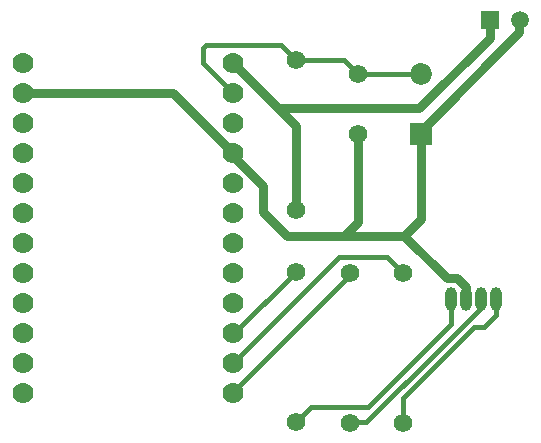
<source format=gbl>
G04*
G04 #@! TF.GenerationSoftware,Altium Limited,Altium Designer,23.7.1 (13)*
G04*
G04 Layer_Physical_Order=2*
G04 Layer_Color=16711680*
%FSLAX25Y25*%
%MOIN*%
G70*
G04*
G04 #@! TF.SameCoordinates,F93C5CF8-F1E6-457C-8DD9-1DD3DA4D7B1B*
G04*
G04*
G04 #@! TF.FilePolarity,Positive*
G04*
G01*
G75*
%ADD16C,0.07000*%
%ADD22O,0.03937X0.07874*%
%ADD23O,0.03937X0.07874*%
%ADD24C,0.06200*%
%ADD25C,0.05906*%
%ADD26R,0.05906X0.05906*%
%ADD27C,0.07284*%
%ADD28R,0.07284X0.07284*%
%ADD29C,0.03000*%
%ADD30C,0.01500*%
D16*
X88000Y-153500D02*
D03*
Y-143500D02*
D03*
Y-133500D02*
D03*
Y-123500D02*
D03*
Y-113500D02*
D03*
Y-103500D02*
D03*
Y-93500D02*
D03*
Y-83500D02*
D03*
Y-73500D02*
D03*
Y-63500D02*
D03*
Y-53500D02*
D03*
Y-43500D02*
D03*
X18000Y-153500D02*
D03*
Y-143500D02*
D03*
Y-133500D02*
D03*
Y-123500D02*
D03*
Y-113500D02*
D03*
Y-103500D02*
D03*
Y-93500D02*
D03*
Y-83500D02*
D03*
Y-73500D02*
D03*
Y-63500D02*
D03*
Y-53500D02*
D03*
Y-43500D02*
D03*
D22*
X160500Y-122000D02*
D03*
X170500D02*
D03*
X175500D02*
D03*
D23*
X165500D02*
D03*
D24*
X109000Y-163000D02*
D03*
Y-113000D02*
D03*
Y-42500D02*
D03*
Y-92500D02*
D03*
X127000Y-163500D02*
D03*
Y-113500D02*
D03*
X129500Y-47000D02*
D03*
Y-67000D02*
D03*
X144500Y-163500D02*
D03*
Y-113500D02*
D03*
D25*
X183500Y-29000D02*
D03*
D26*
X173500D02*
D03*
D27*
X150500Y-47000D02*
D03*
D28*
Y-67000D02*
D03*
D29*
X183321Y-29179D02*
X183500Y-29000D01*
X183321Y-33179D02*
Y-29179D01*
X129500Y-96500D02*
Y-67000D01*
X88000Y-74308D02*
Y-73500D01*
Y-74308D02*
X98000Y-84308D01*
Y-93000D02*
X106000Y-101000D01*
X150500Y-95500D02*
Y-66000D01*
X183321Y-33179D01*
X145000Y-101000D02*
X150500Y-95500D01*
X165469Y-121968D02*
Y-117973D01*
X145000Y-101000D02*
X159063Y-115063D01*
X106000Y-101000D02*
X125000D01*
X145000D01*
X68000Y-53500D02*
X88000Y-73500D01*
X18000Y-53500D02*
X68000D01*
X98000Y-93000D02*
Y-84308D01*
X159063Y-115063D02*
X162558D01*
X165469Y-121968D02*
X165500Y-122000D01*
X125000Y-101000D02*
X129500Y-96500D01*
X103000Y-58500D02*
X150000D01*
X109000Y-92500D02*
Y-64500D01*
X103000Y-58500D02*
X109000Y-64500D01*
X162558Y-115063D02*
X165469Y-117973D01*
X150000Y-58500D02*
X173500Y-35000D01*
Y-29000D01*
X88000Y-43500D02*
X103000Y-58500D01*
D30*
X78879Y-37500D02*
X104000D01*
X144500Y-163500D02*
Y-155177D01*
X171500Y-131500D02*
X175500Y-127500D01*
X78000Y-43500D02*
Y-38379D01*
X88250Y-133500D02*
X108750Y-113000D01*
X127000Y-114000D02*
Y-113500D01*
X88000Y-143500D02*
X123350Y-108150D01*
X88000Y-133500D02*
X88250D01*
X123350Y-108150D02*
X139150D01*
X144500Y-113500D01*
X88000Y-153000D02*
X127000Y-114000D01*
X88000Y-153500D02*
Y-153000D01*
X108750Y-113000D02*
X109000D01*
X78000Y-43500D02*
X88000Y-53500D01*
X104000Y-37500D02*
X109000Y-42500D01*
X78000Y-38379D02*
X78879Y-37500D01*
X127416Y-163084D02*
X132350D01*
X170034Y-125401D02*
Y-122466D01*
X170500Y-122000D01*
X132850Y-158150D02*
X160500Y-130500D01*
X127000Y-163500D02*
X127416Y-163084D01*
X175500Y-127500D02*
Y-122000D01*
X168177Y-131500D02*
X171500D01*
X160500Y-130500D02*
Y-122000D01*
X109000Y-163000D02*
X113850Y-158150D01*
X132850D01*
X144500Y-155177D02*
X168177Y-131500D01*
X125000Y-42500D02*
X129500Y-47000D01*
X109000Y-42500D02*
X125000D01*
X129500Y-47000D02*
X150500D01*
X157717Y-137717D02*
X170034Y-125401D01*
X132350Y-163084D02*
X157717Y-137717D01*
M02*

</source>
